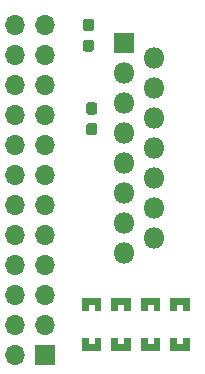
<source format=gbr>
G04 #@! TF.GenerationSoftware,KiCad,Pcbnew,5.99.0-unknown-ad88874~101~ubuntu20.04.1*
G04 #@! TF.CreationDate,2020-05-19T21:28:09-04:00*
G04 #@! TF.ProjectId,L298,4c323938-2e6b-4696-9361-645f70636258,rev?*
G04 #@! TF.SameCoordinates,Original*
G04 #@! TF.FileFunction,Soldermask,Top*
G04 #@! TF.FilePolarity,Negative*
%FSLAX46Y46*%
G04 Gerber Fmt 4.6, Leading zero omitted, Abs format (unit mm)*
G04 Created by KiCad (PCBNEW 5.99.0-unknown-ad88874~101~ubuntu20.04.1) date 2020-05-19 21:28:09*
%MOMM*%
%LPD*%
G01*
G04 APERTURE LIST*
%ADD10O,1.800000X1.800000*%
%ADD11R,1.800000X1.800000*%
%ADD12R,1.700000X1.700000*%
%ADD13O,1.700000X1.700000*%
G04 APERTURE END LIST*
D10*
X113378938Y-121844000D03*
X115918938Y-120574000D03*
X113378938Y-119304000D03*
X115918938Y-118034000D03*
X113378938Y-116764000D03*
X115918938Y-115494000D03*
X113378938Y-114224000D03*
X115918938Y-112954000D03*
X113378938Y-111684000D03*
X115918938Y-110414000D03*
X113378938Y-109144000D03*
X115918938Y-107874000D03*
X113378938Y-106604000D03*
X115918938Y-105334000D03*
D11*
X113378938Y-104064000D03*
D12*
X106695000Y-130480000D03*
D13*
X104155000Y-130480000D03*
X106695000Y-127940000D03*
X104155000Y-127940000D03*
X106695000Y-125400000D03*
X104155000Y-125400000D03*
X106695000Y-122860000D03*
X104155000Y-122860000D03*
X106695000Y-120320000D03*
X104155000Y-120320000D03*
X106695000Y-117780000D03*
X104155000Y-117780000D03*
X106695000Y-115240000D03*
X104155000Y-115240000D03*
X106695000Y-112700000D03*
X104155000Y-112700000D03*
X106695000Y-110160000D03*
X104155000Y-110160000D03*
X106695000Y-107620000D03*
X104155000Y-107620000D03*
X106695000Y-105080000D03*
X104155000Y-105080000D03*
X106695000Y-102540000D03*
X104155000Y-102540000D03*
G36*
X109825000Y-130159999D02*
G01*
X109825001Y-129060000D01*
X110400001Y-129060000D01*
X110400001Y-129560000D01*
X110900000Y-129560001D01*
X110900000Y-129060000D01*
X111475000Y-129060001D01*
X111475000Y-130160000D01*
X109825000Y-130159999D01*
G37*
G36*
X111475000Y-125660001D02*
G01*
X111475000Y-126760000D01*
X110899999Y-126760000D01*
X110899999Y-126260000D01*
X110400000Y-126260000D01*
X110400000Y-126760000D01*
X109825000Y-126760000D01*
X109825000Y-125660000D01*
X111475000Y-125660001D01*
G37*
G36*
X112325000Y-130159999D02*
G01*
X112325001Y-129060000D01*
X112900001Y-129060000D01*
X112900001Y-129560000D01*
X113400000Y-129560001D01*
X113400000Y-129060000D01*
X113975000Y-129060001D01*
X113975000Y-130160000D01*
X112325000Y-130159999D01*
G37*
G36*
X113975000Y-125660001D02*
G01*
X113975000Y-126760000D01*
X113399999Y-126760000D01*
X113399999Y-126260000D01*
X112900000Y-126260000D01*
X112900000Y-126760000D01*
X112325000Y-126760000D01*
X112325000Y-125660000D01*
X113975000Y-125660001D01*
G37*
G36*
X114825000Y-130159999D02*
G01*
X114825001Y-129060000D01*
X115400001Y-129060000D01*
X115400001Y-129560000D01*
X115900000Y-129560001D01*
X115900000Y-129060000D01*
X116475000Y-129060001D01*
X116475000Y-130160000D01*
X114825000Y-130159999D01*
G37*
G36*
X116475000Y-125660001D02*
G01*
X116475000Y-126760000D01*
X115899999Y-126760000D01*
X115899999Y-126260000D01*
X115400000Y-126260000D01*
X115400000Y-126760000D01*
X114825000Y-126760000D01*
X114825000Y-125660000D01*
X116475000Y-125660001D01*
G37*
G36*
X117325000Y-130159999D02*
G01*
X117325001Y-129060000D01*
X117900001Y-129060000D01*
X117900001Y-129560000D01*
X118400000Y-129560001D01*
X118400000Y-129060000D01*
X118975000Y-129060001D01*
X118975000Y-130160000D01*
X117325000Y-130159999D01*
G37*
G36*
X118975000Y-125660001D02*
G01*
X118975000Y-126760000D01*
X118399999Y-126760000D01*
X118399999Y-126260000D01*
X117900000Y-126260000D01*
X117900000Y-126760000D01*
X117325000Y-126760000D01*
X117325000Y-125660000D01*
X118975000Y-125660001D01*
G37*
G36*
G01*
X110615500Y-104815000D02*
X110140500Y-104815000D01*
G75*
G02*
X109903000Y-104577500I0J237500D01*
G01*
X109903000Y-104002500D01*
G75*
G02*
X110140500Y-103765000I237500J0D01*
G01*
X110615500Y-103765000D01*
G75*
G02*
X110853000Y-104002500I0J-237500D01*
G01*
X110853000Y-104577500D01*
G75*
G02*
X110615500Y-104815000I-237500J0D01*
G01*
G37*
G36*
G01*
X110615500Y-103065000D02*
X110140500Y-103065000D01*
G75*
G02*
X109903000Y-102827500I0J237500D01*
G01*
X109903000Y-102252500D01*
G75*
G02*
X110140500Y-102015000I237500J0D01*
G01*
X110615500Y-102015000D01*
G75*
G02*
X110853000Y-102252500I0J-237500D01*
G01*
X110853000Y-102827500D01*
G75*
G02*
X110615500Y-103065000I-237500J0D01*
G01*
G37*
G36*
G01*
X110887500Y-110135000D02*
X110412500Y-110135000D01*
G75*
G02*
X110175000Y-109897500I0J237500D01*
G01*
X110175000Y-109322500D01*
G75*
G02*
X110412500Y-109085000I237500J0D01*
G01*
X110887500Y-109085000D01*
G75*
G02*
X111125000Y-109322500I0J-237500D01*
G01*
X111125000Y-109897500D01*
G75*
G02*
X110887500Y-110135000I-237500J0D01*
G01*
G37*
G36*
G01*
X110887500Y-111885000D02*
X110412500Y-111885000D01*
G75*
G02*
X110175000Y-111647500I0J237500D01*
G01*
X110175000Y-111072500D01*
G75*
G02*
X110412500Y-110835000I237500J0D01*
G01*
X110887500Y-110835000D01*
G75*
G02*
X111125000Y-111072500I0J-237500D01*
G01*
X111125000Y-111647500D01*
G75*
G02*
X110887500Y-111885000I-237500J0D01*
G01*
G37*
M02*

</source>
